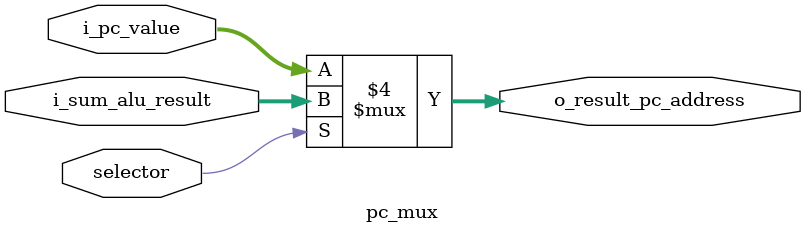
<source format=v>

`timescale 1ns/1ns

module pc_mux(
    input selector,
    input [31:0] i_pc_value,
    input [31:0] i_sum_alu_result,
    output reg [31:0] o_result_pc_address
);

always @* begin

    if(selector == 1'b1) begin
        o_result_pc_address = i_sum_alu_result;
    end
    else begin
        o_result_pc_address = i_pc_value;
    end
end

endmodule
</source>
